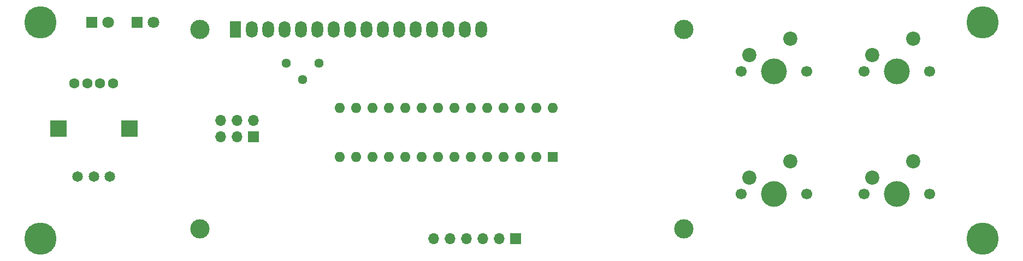
<source format=gbr>
%TF.GenerationSoftware,KiCad,Pcbnew,8.0.1-8.0.1-1~ubuntu22.04.1*%
%TF.CreationDate,2024-04-28T12:17:03-04:00*%
%TF.ProjectId,control-panel,636f6e74-726f-46c2-9d70-616e656c2e6b,rev?*%
%TF.SameCoordinates,Original*%
%TF.FileFunction,Soldermask,Top*%
%TF.FilePolarity,Negative*%
%FSLAX46Y46*%
G04 Gerber Fmt 4.6, Leading zero omitted, Abs format (unit mm)*
G04 Created by KiCad (PCBNEW 8.0.1-8.0.1-1~ubuntu22.04.1) date 2024-04-28 12:17:03*
%MOMM*%
%LPD*%
G01*
G04 APERTURE LIST*
%ADD10C,5.000000*%
%ADD11C,1.700000*%
%ADD12C,4.000000*%
%ADD13C,2.200000*%
%ADD14C,1.600000*%
%ADD15C,1.650000*%
%ADD16R,2.500000X2.500000*%
%ADD17R,1.800000X1.800000*%
%ADD18C,1.800000*%
%ADD19C,3.000000*%
%ADD20R,1.800000X2.600000*%
%ADD21O,1.800000X2.600000*%
%ADD22C,1.440000*%
%ADD23R,1.700000X1.700000*%
%ADD24O,1.700000X1.700000*%
%ADD25R,1.600000X1.600000*%
%ADD26O,1.600000X1.600000*%
G04 APERTURE END LIST*
D10*
%TO.C,H2*%
X78105000Y-86360000D03*
%TD*%
%TO.C,H4*%
X224155000Y-86360000D03*
%TD*%
D11*
%TO.C,SW2*%
X205740000Y-60325000D03*
D12*
X210820000Y-60325000D03*
D11*
X215900000Y-60325000D03*
D13*
X213360000Y-55245000D03*
X207010000Y-57785000D03*
%TD*%
D14*
%TO.C,SW5*%
X89360000Y-62230000D03*
X87360000Y-62230000D03*
X85360000Y-62230000D03*
X83360000Y-62230000D03*
D15*
X83860000Y-76730000D03*
X88860000Y-76730000D03*
X86360000Y-76730000D03*
D16*
X80860000Y-69230000D03*
X91860000Y-69230000D03*
%TD*%
D11*
%TO.C,SW1*%
X186690000Y-60325000D03*
D12*
X191770000Y-60325000D03*
D11*
X196850000Y-60325000D03*
D13*
X194310000Y-55245000D03*
X187960000Y-57785000D03*
%TD*%
D11*
%TO.C,SW3*%
X186690000Y-79375000D03*
D12*
X191770000Y-79375000D03*
D11*
X196850000Y-79375000D03*
D13*
X194310000Y-74295000D03*
X187960000Y-76835000D03*
%TD*%
D10*
%TO.C,H3*%
X224155000Y-52705000D03*
%TD*%
D17*
%TO.C,D1*%
X86080000Y-52705000D03*
D18*
X88620000Y-52705000D03*
%TD*%
D10*
%TO.C,H1*%
X78105000Y-52705000D03*
%TD*%
D11*
%TO.C,SW4*%
X205740000Y-79375000D03*
D12*
X210820000Y-79375000D03*
D11*
X215900000Y-79375000D03*
D13*
X213360000Y-74295000D03*
X207010000Y-76835000D03*
%TD*%
D19*
%TO.C,DS1*%
X102835900Y-53857500D03*
X102835900Y-84858200D03*
X177834480Y-84858200D03*
X177835000Y-53857500D03*
D20*
X108335000Y-53857500D03*
D21*
X110875000Y-53857500D03*
X113415000Y-53857500D03*
X115955000Y-53857500D03*
X118495000Y-53857500D03*
X121035000Y-53857500D03*
X123575000Y-53857500D03*
X126115000Y-53857500D03*
X128655000Y-53857500D03*
X131195000Y-53857500D03*
X133735000Y-53857500D03*
X136275000Y-53857500D03*
X138815000Y-53857500D03*
X141355000Y-53857500D03*
X143895000Y-53857500D03*
X146435000Y-53857500D03*
%TD*%
D17*
%TO.C,D2*%
X93070000Y-52705000D03*
D18*
X95610000Y-52705000D03*
%TD*%
D22*
%TO.C,RV1*%
X116205000Y-59055000D03*
X118745000Y-61595000D03*
X121285000Y-59055000D03*
%TD*%
D23*
%TO.C,J2*%
X151765000Y-86360000D03*
D24*
X149225000Y-86360000D03*
X146685000Y-86360000D03*
X144145000Y-86360000D03*
X141605000Y-86360000D03*
X139065000Y-86360000D03*
%TD*%
D23*
%TO.C,J1*%
X111125000Y-70485000D03*
D24*
X111125000Y-67945000D03*
X108585000Y-70485000D03*
X108585000Y-67945000D03*
X106045000Y-70485000D03*
X106045000Y-67945000D03*
%TD*%
D25*
%TO.C,U3*%
X157480000Y-73660000D03*
D26*
X154940000Y-73660000D03*
X152400000Y-73660000D03*
X149860000Y-73660000D03*
X147320000Y-73660000D03*
X144780000Y-73660000D03*
X142240000Y-73660000D03*
X139700000Y-73660000D03*
X137160000Y-73660000D03*
X134620000Y-73660000D03*
X132080000Y-73660000D03*
X129540000Y-73660000D03*
X127000000Y-73660000D03*
X124460000Y-73660000D03*
X124460000Y-66040000D03*
X127000000Y-66040000D03*
X129540000Y-66040000D03*
X132080000Y-66040000D03*
X134620000Y-66040000D03*
X137160000Y-66040000D03*
X139700000Y-66040000D03*
X142240000Y-66040000D03*
X144780000Y-66040000D03*
X147320000Y-66040000D03*
X149860000Y-66040000D03*
X152400000Y-66040000D03*
X154940000Y-66040000D03*
X157480000Y-66040000D03*
%TD*%
M02*

</source>
